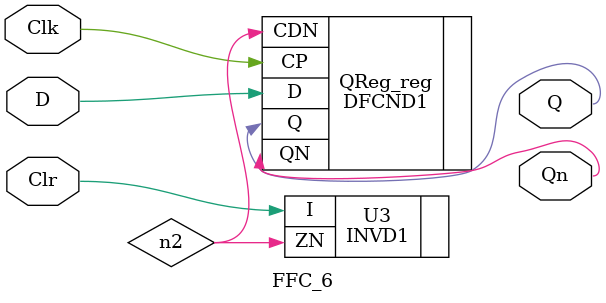
<source format=v>

module Intro_Top ( X, Y, Z, A, B, C, D, ScanOut, ScanMode, ScanIn, ScanClr, 
        ScanClk );
  input A, B, C, D, ScanMode, ScanIn, ScanClr, ScanClk;
  output X, Y, Z, ScanOut;
  wire   qn, Z_to_FFZ, ab, bc, FFA_to_A, FFB_to_B, FFC_to_C, q, FFD_to_D,
         X_to_FFX, Y_to_FFY, fromQ_FFX, fromQ_FFY, fromQ_FFZ, fromQ_FFA,
         fromQ_FFB, fromQ_FFC, fromQ_FFD, n4, n5, n6, n7, n8, n9, n10, n12,
         n13, n15, n16, n18, n19, n20, n21, n22, n23, n24, n25, n26, n27, n28,
         n29, n30, n31, n32;

  AndOr InputCombo ( .X(ab), .Y(bc), .A(FFA_to_A), .B(FFB_to_B), .C(FFC_to_C)
         );
  SR SRLatch ( .Q(q), .Qn(qn), .S(bc), .R(FFD_to_D) );
  XorNor OutputCombo ( .X(X_to_FFX), .Y(Y_to_FFY), .A(ab), .B(q), .C(qn) );
  FFC_0 FF_X ( .Q(fromQ_FFX), .Qn(n5), .D(X_to_FFX), .Clk(n9), .Clr(n31) );
  FFC_6 FF_Y ( .Q(fromQ_FFY), .Qn(n6), .D(n27), .Clk(n9), .Clr(n31) );
  FFC_5 FF_Z ( .Q(fromQ_FFZ), .Qn(n7), .D(Z_to_FFZ), .Clk(n9), .Clr(n31) );
  FFC_4 FF_A ( .Q(fromQ_FFA), .D(A), .Clk(n9), .Clr(n31) );
  FFC_3 FF_B ( .Q(fromQ_FFB), .D(B), .Clk(ScanClk), .Clr(n31) );
  FFC_2 FF_C ( .Q(fromQ_FFC), .D(C), .Clk(ScanClk), .Clr(n31) );
  FFC_1 FF_D ( .Q(fromQ_FFD), .D(D), .Clk(ScanClk), .Clr(n31) );
  BUFFD1 U10 ( .I(ScanMode), .Z(n32) );
  INVD0 U11 ( .I(ScanClk), .ZN(n8) );
  INVD0 U12 ( .I(n8), .ZN(n9) );
  CKBD0 U13 ( .CLK(n12), .C(n10) );
  CKNXD16 U14 ( .I(n10), .ZN(X) );
  CKBD0 U15 ( .CLK(n26), .C(n12) );
  CKBD0 U16 ( .CLK(n15), .C(n13) );
  CKNXD16 U17 ( .I(n13), .ZN(Z) );
  CKBD0 U18 ( .CLK(n23), .C(n15) );
  CKBD0 U19 ( .CLK(n18), .C(n16) );
  CKNXD16 U20 ( .I(n16), .ZN(Y) );
  CKBD0 U21 ( .CLK(n19), .C(n18) );
  INVD1 U22 ( .I(Y_to_FFY), .ZN(n20) );
  NR2D1 U23 ( .A1(n32), .A2(n20), .ZN(n21) );
  NR2D0 U24 ( .A1(n6), .A2(n4), .ZN(n22) );
  NR2XD0 U25 ( .A1(n21), .A2(n22), .ZN(n19) );
  NR2D0 U26 ( .A1(n4), .A2(n7), .ZN(n24) );
  NR2D0 U27 ( .A1(qn), .A2(n32), .ZN(n25) );
  NR2XD0 U28 ( .A1(n24), .A2(n25), .ZN(n23) );
  OA22D0 U29 ( .A1(n5), .A2(n4), .B1(n30), .B2(n32), .Z(n26) );
  INVD1 U30 ( .I(X_to_FFX), .ZN(n30) );
  INVD0 U31 ( .I(qn), .ZN(Z_to_FFZ) );
  INVD1 U32 ( .I(n32), .ZN(n4) );
  AO22D0 U33 ( .A1(fromQ_FFB), .A2(n32), .B1(n4), .B2(B), .Z(FFB_to_B) );
  AO22D0 U34 ( .A1(fromQ_FFD), .A2(n32), .B1(D), .B2(n4), .Z(FFD_to_D) );
  BUFFD1 U35 ( .I(ScanClr), .Z(n31) );
  BUFFD0 U36 ( .I(Y_to_FFY), .Z(n27) );
  CKND2D0 U37 ( .A1(fromQ_FFC), .A2(n32), .ZN(n28) );
  CKND2D0 U38 ( .A1(C), .A2(n4), .ZN(n29) );
  ND2D1 U39 ( .A1(n28), .A2(n29), .ZN(FFC_to_C) );
  AO22D0 U40 ( .A1(fromQ_FFA), .A2(n32), .B1(A), .B2(n4), .Z(FFA_to_A) );
endmodule


module AndOr ( X, Y, A, B, C );
  input A, B, C;
  output X, Y;


  OR2D1 U1 ( .A1(C), .A2(B), .Z(Y) );
  AN2D1 U2 ( .A1(B), .A2(A), .Z(X) );
endmodule


module SR ( Q, Qn, S, R );
  input S, R;
  output Q, Qn;


  CKND2D2 U2 ( .A1(Q), .A2(R), .ZN(Qn) );
  ND2D1 U1 ( .A1(S), .A2(Qn), .ZN(Q) );
endmodule


module XorNor ( X, Y, A, B, C );
  input A, B, C;
  output X, Y;


  NR2D0 U1 ( .A1(C), .A2(X), .ZN(Y) );
  XOR2D1 U2 ( .A1(B), .A2(A), .Z(X) );
endmodule


module FFC_0 ( Q, Qn, D, Clk, Clr );
  input D, Clk, Clr;
  output Q, Qn;
  wire   n1;

  INVD1 U3 ( .I(Clr), .ZN(n1) );
  DFCND1 QReg_reg ( .D(D), .CP(Clk), .CDN(n1), .Q(Q), .QN(Qn) );
endmodule


module FFC_1 ( Q, Qn, D, Clk, Clr );
  input D, Clk, Clr;
  output Q, Qn;
  wire   n2;

  INVD1 U3 ( .I(Clr), .ZN(n2) );
  DFCND1 QReg_reg ( .D(D), .CP(Clk), .CDN(n2), .Q(Q), .QN(Qn) );
endmodule


module FFC_2 ( Q, Qn, D, Clk, Clr );
  input D, Clk, Clr;
  output Q, Qn;
  wire   n2;

  INVD1 U3 ( .I(Clr), .ZN(n2) );
  DFCND1 QReg_reg ( .D(D), .CP(Clk), .CDN(n2), .Q(Q), .QN(Qn) );
endmodule


module FFC_3 ( Q, Qn, D, Clk, Clr );
  input D, Clk, Clr;
  output Q, Qn;
  wire   n2;

  INVD1 U3 ( .I(Clr), .ZN(n2) );
  DFCND1 QReg_reg ( .D(D), .CP(Clk), .CDN(n2), .Q(Q), .QN(Qn) );
endmodule


module FFC_4 ( Q, Qn, D, Clk, Clr );
  input D, Clk, Clr;
  output Q, Qn;
  wire   n2;

  INVD1 U3 ( .I(Clr), .ZN(n2) );
  DFCND1 QReg_reg ( .D(D), .CP(Clk), .CDN(n2), .Q(Q), .QN(Qn) );
endmodule


module FFC_5 ( Q, Qn, D, Clk, Clr );
  input D, Clk, Clr;
  output Q, Qn;
  wire   n2;

  INVD1 U3 ( .I(Clr), .ZN(n2) );
  DFCND1 QReg_reg ( .D(D), .CP(Clk), .CDN(n2), .Q(Q), .QN(Qn) );
endmodule


module FFC_6 ( Q, Qn, D, Clk, Clr );
  input D, Clk, Clr;
  output Q, Qn;
  wire   n2;

  INVD1 U3 ( .I(Clr), .ZN(n2) );
  DFCND1 QReg_reg ( .D(D), .CP(Clk), .CDN(n2), .Q(Q), .QN(Qn) );
endmodule


</source>
